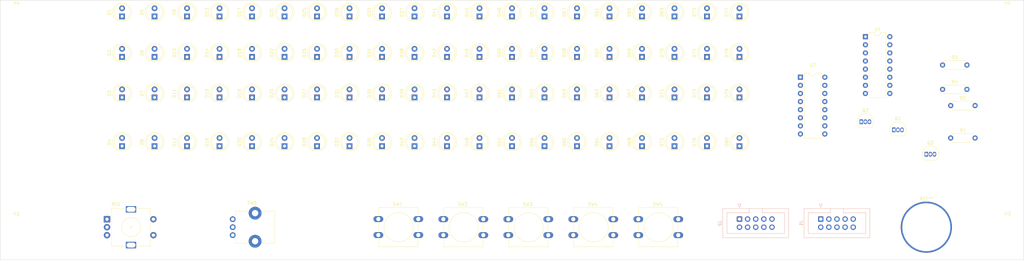
<source format=kicad_pcb>
(kicad_pcb (version 20211014) (generator pcbnew)
  (layers (0 "F.Cu" signal) (31 "B.Cu" signal) (34 "B.Paste" user) (35 "F.Paste" user) (36 "B.SilkS" user "B.Silkscreen") (37 "F.SilkS" user "F.Silkscreen") (38 "B.Mask" user) (39 "F.Mask" user) (44 "Edge.Cuts" user))
  (net 0 "")
  (net 1 "Net-(D1-Pad1)")
  (net 2 "Net-(D1-Pad2)")
  (net 3 "Net-(D2-Pad1)")
  (net 4 "Net-(D3-Pad1)")
  (net 5 "Net-(D36-Pad1)")
  (net 6 "Net-(D5-Pad1)")
  (net 7 "Net-(D6-Pad1)")
  (net 8 "Net-(D7-Pad1)")
  (net 9 "Net-(D40-Pad1)")
  (net 10 "Net-(D10-Pad2)")
  (net 11 "Net-(D10-Pad1)")
  (net 12 "Net-(D11-Pad1)")
  (net 13 "Net-(D12-Pad1)")
  (net 14 "Net-(D13-Pad1)")
  (net 15 "Net-(D14-Pad1)")
  (net 16 "Net-(D15-Pad1)")
  (net 17 "Net-(D16-Pad1)")
  (net 18 "Net-(D17-Pad1)")
  (net 19 "Net-(D18-Pad1)")
  (net 20 "Net-(D19-Pad1)")
  (net 21 "Net-(D20-Pad1)")
  (net 22 "Net-(D21-Pad1)")
  (net 23 "Net-(D22-Pad1)")
  (net 24 "Net-(D23-Pad1)")
  (net 25 "Net-(D24-Pad1)")
  (net 26 "Net-(D25-Pad1)")
  (net 27 "Net-(D26-Pad1)")
  (net 28 "Net-(D27-Pad1)")
  (net 29 "Net-(D28-Pad1)")
  (net 30 "Net-(D29-Pad1)")
  (net 31 "Net-(D30-Pad1)")
  (net 32 "Net-(D31-Pad1)")
  (net 33 "Net-(D32-Pad1)")
  (net 34 "Net-(D33-Pad1)")
  (net 35 "Net-(D33-Pad2)")
  (net 36 "Net-(D34-Pad1)")
  (net 37 "Net-(D35-Pad1)")
  (net 38 "Net-(D37-Pad1)")
  (net 39 "Net-(D38-Pad1)")
  (net 40 "Net-(D39-Pad1)")
  (net 41 "Net-(D41-Pad1)")
  (net 42 "Net-(D42-Pad1)")
  (net 43 "Net-(D43-Pad1)")
  (net 44 "Net-(D45-Pad1)")
  (net 45 "Net-(D46-Pad1)")
  (net 46 "Net-(D47-Pad1)")
  (net 47 "Net-(D49-Pad1)")
  (net 48 "Net-(D50-Pad1)")
  (net 49 "Net-(D51-Pad1)")
  (net 50 "Net-(D53-Pad1)")
  (net 51 "Net-(D54-Pad1)")
  (net 52 "Net-(D55-Pad1)")
  (net 53 "Net-(D57-Pad1)")
  (net 54 "Net-(D58-Pad1)")
  (net 55 "Net-(D59-Pad1)")
  (net 56 "Net-(D61-Pad1)")
  (net 57 "Net-(D62-Pad1)")
  (net 58 "Net-(D63-Pad1)")
  (net 59 "Net-(D65-Pad1)")
  (net 60 "Net-(D65-Pad2)")
  (net 61 "Net-(D66-Pad1)")
  (net 62 "Net-(D67-Pad1)")
  (net 63 "Net-(D69-Pad1)")
  (net 64 "Net-(D70-Pad1)")
  (net 65 "Net-(D71-Pad1)")
  (net 66 "Net-(D73-Pad1)")
  (net 67 "Net-(D74-Pad1)")
  (net 68 "Net-(D75-Pad1)")
  (net 69 "Net-(D77-Pad1)")
  (net 70 "Net-(D78-Pad1)")
  (net 71 "Net-(D79-Pad1)")
  (net 72 "+9V")
  (net 73 "AUDIO_L")
  (net 74 "AUDIO_AMP")
  (net 75 "transistor0")
  (net 76 "GND")
  (net 77 "transistor2")
  (net 78 "transistor1")
  (net 79 "encoderB")
  (net 80 "encoderA")
  (net 81 "+5V")
  (net 82 "switch4")
  (net 83 "switch3")
  (net 84 "switch2")
  (net 85 "switch1")
  (net 86 "switch0")
  (net 88 "OE(ED2)")
  (net 89 "LE(ED1)")
  (net 90 "CLK")
  (net 91 "SDI")
  (net 92 "Net-(Q1-Pad2)")
  (net 93 "Net-(Q2-Pad2)")
  (net 94 "Net-(Q3-Pad2)")
  (net 95 "Net-(R1-Pad1)")
  (net 96 "Net-(R2-Pad1)")
  (net 97 "Net-(R3-Pad1)")
  (net 98 "Net-(R4-Pad1)")
  (footprint "Resistor_THT:R_Axial_DIN0207_L6.3mm_D2.5mm_P7.62mm_Horizontal" (layer "F.Cu") (at 261.62 78.74)
    (fp_text reference "R1" (at 3.81 -2.37) (layer "F.SilkS"))
    (fp_text value "1.5k")
    (pad "1" thru_hole circle (at 0 0) (size 1.6 1.6) (drill 0.8) (layers *.Cu *.Mask) (net 95 "Net-(R1-Pad1)"))
    (pad "2" thru_hole oval (at 7.62 0) (size 1.6 1.6) (drill 0.8) (layers *.Cu *.Mask) (net 76 "GND"))
  )
  (footprint "Resistor_THT:R_Axial_DIN0207_L6.3mm_D2.5mm_P7.62mm_Horizontal" (layer "F.Cu") (at 261.62 68.58)
    (fp_text reference "R2" (at 3.81 -2.37) (layer "F.SilkS"))
    (fp_text value "1k")
    (pad "1" thru_hole circle (at 0 0) (size 1.6 1.6) (drill 0.8) (layers *.Cu *.Mask) (net 96 "Net-(R2-Pad1)"))
    (pad "2" thru_hole oval (at 7.62 0) (size 1.6 1.6) (drill 0.8) (layers *.Cu *.Mask) (net 75 "transistor0"))
  )
  (footprint "LED_THT:LED_D5.0mm" (layer "F.Cu") (at 73.66 53.34 90)
    (fp_text reference "D30" (at 1.27 -3.96 90) (layer "F.SilkS"))
    (fp_text value "LED")
    (pad "1" thru_hole rect (at 0 0 90) (size 1.8 1.8) (drill 0.9) (layers *.Cu *.Mask) (net 31 "Net-(D30-Pad1)"))
    (pad "2" thru_hole circle (at 2.54 0 90) (size 1.8 1.8) (drill 0.9) (layers *.Cu *.Mask) (net 30 "Net-(D29-Pad1)"))
  )
  (footprint "LED_THT:LED_D5.0mm" (layer "F.Cu") (at 134.62 66.04 90)
    (fp_text reference "D55" (at 1.27 -3.96 90) (layer "F.SilkS"))
    (fp_text value "LED")
    (pad "1" thru_hole rect (at 0 0 90) (size 1.8 1.8) (drill 0.9) (layers *.Cu *.Mask) (net 52 "Net-(D55-Pad1)"))
    (pad "2" thru_hole circle (at 2.54 0 90) (size 1.8 1.8) (drill 0.9) (layers *.Cu *.Mask) (net 51 "Net-(D54-Pad1)"))
  )
  (footprint "Button_Switch_THT:SW_PUSH-12mm" (layer "F.Cu") (at 102.98 104.18)
    (fp_text reference "SW2" (at 6.08 -4.66) (layer "F.SilkS"))
    (fp_text value "SW_MEC_5G")
    (pad "1" thru_hole oval (at 0 0) (size 3.048 1.85) (drill 1.3) (layers *.Cu *.Mask) (net 85 "switch1"))
    (pad "1" thru_hole oval (at 12.5 0) (size 3.048 1.85) (drill 1.3) (layers *.Cu *.Mask) (net 85 "switch1"))
    (pad "2" thru_hole oval (at 0 5) (size 3.048 1.85) (drill 1.3) (layers *.Cu *.Mask) (net 85 "switch1"))
    (pad "2" thru_hole oval (at 12.5 5) (size 3.048 1.85) (drill 1.3) (layers *.Cu *.Mask) (net 85 "switch1"))
  )
  (footprint "LED_THT:LED_D5.0mm" (layer "F.Cu") (at 165.1 40.64 90)
    (fp_text reference "D65" (at 1.27 -3.96 90) (layer "F.SilkS"))
    (fp_text value "LED")
    (pad "1" thru_hole rect (at 0 0 90) (size 1.8 1.8) (drill 0.9) (layers *.Cu *.Mask) (net 59 "Net-(D65-Pad1)"))
    (pad "2" thru_hole circle (at 2.54 0 90) (size 1.8 1.8) (drill 0.9) (layers *.Cu *.Mask) (net 60 "Net-(D65-Pad2)"))
  )
  (footprint "LED_THT:LED_D5.0mm" (layer "F.Cu") (at 114.3 66.04 90)
    (fp_text reference "D47" (at 1.27 -3.96 90) (layer "F.SilkS"))
    (fp_text value "LED")
    (pad "1" thru_hole rect (at 0 0 90) (size 1.8 1.8) (drill 0.9) (layers *.Cu *.Mask) (net 46 "Net-(D47-Pad1)"))
    (pad "2" thru_hole circle (at 2.54 0 90) (size 1.8 1.8) (drill 0.9) (layers *.Cu *.Mask) (net 45 "Net-(D46-Pad1)"))
  )
  (footprint "LED_THT:LED_D5.0mm" (layer "F.Cu") (at 2.54 53.34 90)
    (fp_text reference "D2" (at 1.27 -3.96 90) (layer "F.SilkS"))
    (fp_text value "LED")
    (pad "1" thru_hole rect (at 0 0 90) (size 1.8 1.8) (drill 0.9) (layers *.Cu *.Mask) (net 3 "Net-(D2-Pad1)"))
    (pad "2" thru_hole circle (at 2.54 0 90) (size 1.8 1.8) (drill 0.9) (layers *.Cu *.Mask) (net 1 "Net-(D1-Pad1)"))
  )
  (footprint "Button_Switch_THT:SW_PUSH-12mm" (layer "F.Cu") (at 123.3 104.18)
    (fp_text reference "SW3" (at 6.08 -4.66) (layer "F.SilkS"))
    (fp_text value "SW_MEC_5G")
    (pad "1" thru_hole oval (at 12.5 0) (size 3.048 1.85) (drill 1.3) (layers *.Cu *.Mask) (net 84 "switch2"))
    (pad "1" thru_hole oval (at 0 0) (size 3.048 1.85) (drill 1.3) (layers *.Cu *.Mask) (net 84 "switch2"))
    (pad "2" thru_hole oval (at 12.5 5) (size 3.048 1.85) (drill 1.3) (layers *.Cu *.Mask) (net 84 "switch2"))
    (pad "2" thru_hole oval (at 0 5) (size 3.048 1.85) (drill 1.3) (layers *.Cu *.Mask) (net 84 "switch2"))
  )
  (footprint "LED_THT:LED_D5.0mm" (layer "F.Cu") (at 73.66 66.04 90)
    (fp_text reference "D31" (at 1.27 -3.96 90) (layer "F.SilkS"))
    (fp_text value "LED")
    (pad "1" thru_hole rect (at 0 0 90) (size 1.8 1.8) (drill 0.9) (layers *.Cu *.Mask) (net 32 "Net-(D31-Pad1)"))
    (pad "2" thru_hole circle (at 2.54 0 90) (size 1.8 1.8) (drill 0.9) (layers *.Cu *.Mask) (net 31 "Net-(D30-Pad1)"))
  )
  (footprint "LED_THT:LED_D5.0mm" (layer "F.Cu") (at 134.62 40.64 90)
    (fp_text reference "D53" (at 1.27 -3.96 90) (layer "F.SilkS"))
    (fp_text value "LED")
    (pad "1" thru_hole rect (at 0 0 90) (size 1.8 1.8) (drill 0.9) (layers *.Cu *.Mask) (net 50 "Net-(D53-Pad1)"))
    (pad "2" thru_hole circle (at 2.54 0 90) (size 1.8 1.8) (drill 0.9) (layers *.Cu *.Mask) (net 35 "Net-(D33-Pad2)"))
  )
  (footprint "LED_THT:LED_D5.0mm" (layer "F.Cu") (at 104.14 81.28 90)
    (fp_text reference "D44" (at 1.27 -3.96 90) (layer "F.SilkS"))
    (fp_text value "LED")
    (pad "1" thru_hole rect (at 0 0 90) (size 1.8 1.8) (drill 0.9) (layers *.Cu *.Mask) (net 13 "Net-(D12-Pad1)"))
    (pad "2" thru_hole circle (at 2.54 0 90) (size 1.8 1.8) (drill 0.9) (layers *.Cu *.Mask) (net 43 "Net-(D43-Pad1)"))
  )
  (footprint "MountingHole:MountingHole_3.2mm_M3" (layer "F.Cu") (at -30.48 40.64)
    (fp_text reference "H4" (at 0 -4.2) (layer "F.SilkS"))
    (fp_text value "MountingHole")
    (pad "" np_thru_hole circle (at 0 0) (size 3.2 3.2) (drill 3.2) (layers *.Cu *.Mask))
  )
  (footprint "LED_THT:LED_D5.0mm" (layer "F.Cu") (at 33.02 40.64 90)
    (fp_text reference "D13" (at 1.27 -3.96 90) (layer "F.SilkS"))
    (fp_text value "LED")
    (pad "1" thru_hole rect (at 0 0 90) (size 1.8 1.8) (drill 0.9) (layers *.Cu *.Mask) (net 14 "Net-(D13-Pad1)"))
    (pad "2" thru_hole circle (at 2.54 0 90) (size 1.8 1.8) (drill 0.9) (layers *.Cu *.Mask) (net 2 "Net-(D1-Pad2)"))
  )
  (footprint "Button_Switch_THT:SW_PUSH-12mm" (layer "F.Cu") (at 82.66 104.14)
    (fp_text reference "SW1" (at 6.08 -4.66) (layer "F.SilkS"))
    (fp_text value "SW_MEC_5G")
    (pad "1" thru_hole oval (at 12.5 0) (size 3.048 1.85) (drill 1.3) (layers *.Cu *.Mask) (net 86 "switch0"))
    (pad "1" thru_hole oval (at 0 0) (size 3.048 1.85) (drill 1.3) (layers *.Cu *.Mask) (net 86 "switch0"))
    (pad "2" thru_hole oval (at 12.5 5) (size 3.048 1.85) (drill 1.3) (layers *.Cu *.Mask) (net 86 "switch0"))
    (pad "2" thru_hole oval (at 0 5) (size 3.048 1.85) (drill 1.3) (layers *.Cu *.Mask) (net 86 "switch0"))
  )
  (footprint "LED_THT:LED_D5.0mm" (layer "F.Cu") (at 12.7 81.28 90)
    (fp_text reference "D8" (at 1.27 -3.96 90) (layer "F.SilkS"))
    (fp_text value "LED")
    (pad "1" thru_hole rect (at 0 0 90) (size 1.8 1.8) (drill 0.9) (layers *.Cu *.Mask) (net 9 "Net-(D40-Pad1)"))
    (pad "2" thru_hole circle (at 2.54 0 90) (size 1.8 1.8) (drill 0.9) (layers *.Cu *.Mask) (net 8 "Net-(D7-Pad1)"))
  )
  (footprint "LED_THT:LED_D5.0mm" (layer "F.Cu") (at 104.14 53.34 90)
    (fp_text reference "D42" (at 1.27 -3.96 90) (layer "F.SilkS"))
    (fp_text value "LED")
    (pad "1" thru_hole rect (at 0 0 90) (size 1.8 1.8) (drill 0.9) (layers *.Cu *.Mask) (net 42 "Net-(D42-Pad1)"))
    (pad "2" thru_hole circle (at 2.54 0 90) (size 1.8 1.8) (drill 0.9) (layers *.Cu *.Mask) (net 41 "Net-(D41-Pad1)"))
  )
  (footprint "LED_THT:LED_D5.0mm" (layer "F.Cu") (at 83.82 66.04 90)
    (fp_text reference "D35" (at 1.27 -3.96 90) (layer "F.SilkS"))
    (fp_text value "LED")
    (pad "1" thru_hole rect (at 0 0 90) (size 1.8 1.8) (drill 0.9) (layers *.Cu *.Mask) (net 37 "Net-(D35-Pad1)"))
    (pad "2" thru_hole circle (at 2.54 0 90) (size 1.8 1.8) (drill 0.9) (layers *.Cu *.Mask) (net 36 "Net-(D34-Pad1)"))
  )
  (footprint "LED_THT:LED_D5.0mm" (layer "F.Cu") (at 83.82 53.34 90)
    (fp_text reference "D34" (at 1.27 -3.96 90) (layer "F.SilkS"))
    (fp_text value "LED")
    (pad "1" thru_hole rect (at 0 0 90) (size 1.8 1.8) (drill 0.9) (layers *.Cu *.Mask) (net 36 "Net-(D34-Pad1)"))
    (pad "2" thru_hole circle (at 2.54 0 90) (size 1.8 1.8) (drill 0.9) (layers *.Cu *.Mask) (net 34 "Net-(D33-Pad1)"))
  )
  (footprint "LED_THT:LED_D5.0mm" (layer "F.Cu") (at 124.46 66.04 90)
    (fp_text reference "D51" (at 1.27 -3.96 90) (layer "F.SilkS"))
    (fp_text value "LED")
    (pad "1" thru_hole rect (at 0 0 90) (size 1.8 1.8) (drill 0.9) (layers *.Cu *.Mask) (net 49 "Net-(D51-Pad1)"))
    (pad "2" thru_hole circle (at 2.54 0 90) (size 1.8 1.8) (drill 0.9) (layers *.Cu *.Mask) (net 48 "Net-(D50-Pad1)"))
  )
  (footprint "LED_THT:LED_D5.0mm" (layer "F.Cu") (at 114.3 40.64 90)
    (fp_text reference "D45" (at 1.27 -3.96 90) (layer "F.SilkS"))
    (fp_text value "LED")
    (pad "1" thru_hole rect (at 0 0 90) (size 1.8 1.8) (drill 0.9) (layers *.Cu *.Mask) (net 44 "Net-(D45-Pad1)"))
    (pad "2" thru_hole circle (at 2.54 0 90) (size 1.8 1.8) (drill 0.9) (layers *.Cu *.Mask) (net 35 "Net-(D33-Pad2)"))
  )
  (footprint "MountingHole:MountingHole_3.2mm_M3" (layer "F.Cu") (at -30.48 106.68)
    (fp_text reference "H2" (at 0 -4.2) (layer "F.SilkS"))
    (fp_text value "MountingHole")
    (pad "" np_thru_hole circle (at 0 0) (size 3.2 3.2) (drill 3.2) (layers *.Cu *.Mask))
  )
  (footprint "MountingHole:MountingHole_6mm" (layer "F.Cu") (at 254 106.68)
    (fp_text reference "REF**" (at 0 -8.89) (layer "F.SilkS"))
    (fp_text value "MountingHole_6mm")
    (pad "" np_thru_hole circle (at 0 0) (size 16 16) (drill 15) (layers F&B.Cu *.Mask))
  )
  (footprint "LED_THT:LED_D5.0mm" (layer "F.Cu") (at 175.26 40.64 90)
    (fp_text reference "D69" (at 1.27 -3.96 90) (layer "F.SilkS"))
    (fp_text value "LED")
    (pad "1" thru_hole rect (at 0 0 90) (size 1.8 1.8) (drill 0.9) (layers *.Cu *.Mask) (net 63 "Net-(D69-Pad1)"))
    (pad "2" thru_hole circle (at 2.54 0 90) (size 1.8 1.8) (drill 0.9) (layers *.Cu *.Mask) (net 60 "Net-(D65-Pad2)"))
  )
  (footprint "Button_Switch_THT:SW_PUSH-12mm" (layer "F.Cu") (at 163.94 104.18)
    (fp_text reference "SW5" (at 6.08 -4.66) (layer "F.SilkS"))
    (fp_text value "SW_MEC_5G")
    (pad "1" thru_hole oval (at 12.5 0) (size 3.048 1.85) (drill 1.3) (layers *.Cu *.Mask) (net 82 "switch4"))
    (pad "1" thru_hole oval (at 0 0) (size 3.048 1.85) (drill 1.3) (layers *.Cu *.Mask) (net 82 "switch4"))
    (pad "2" thru_hole oval (at 0 5) (size 3.048 1.85) (drill 1.3) (layers *.Cu *.Mask) (net 82 "switch4"))
    (pad "2" thru_hole oval (at 12.5 5) (size 3.048 1.85) (drill 1.3) (layers *.Cu *.Mask) (net 82 "switch4"))
  )
  (footprint "LED_THT:LED_D5.0mm" (layer "F.Cu") (at 43.18 66.04 90)
    (fp_text reference "D19" (at 1.27 -3.96 90) (layer "F.SilkS"))
    (fp_text value "LED")
    (pad "1" thru_hole rect (at 0 0 90) (size 1.8 1.8) (drill 0.9) (layers *.Cu *.Mask) (net 20 "Net-(D19-Pad1)"))
    (pad "2" thru_hole circle (at 2.54 0 90) (size 1.8 1.8) (drill 0.9) (layers *.Cu *.Mask) (net 19 "Net-(D18-Pad1)"))
  )
  (footprint "LED_THT:LED_D5.0mm" (layer "F.Cu") (at 2.54 66.04 90)
    (fp_text reference "D3" (at 1.27 -3.96 90) (layer "F.SilkS"))
    (fp_text value "LED")
    (pad "1" thru_hole rect (at 0 0 90) (size 1.8 1.8) (drill 0.9) (layers *.Cu *.Mask) (net 4 "Net-(D3-Pad1)"))
    (pad "2" thru_hole circle (at 2.54 0 90) (size 1.8 1.8) (drill 0.9) (layers *.Cu *.Mask) (net 3 "Net-(D2-Pad1)"))
  )
  (footprint "Package_TO_SOT_THT:TO-92_Inline" (layer "F.Cu") (at 233.68 73.66)
    (fp_text reference "Q2" (at 1.27 -3.56) (layer "F.SilkS"))
    (fp_text value "BC547")
    (pad "1" thru_hole rect (at 0 0) (size 1.05 1.5) (drill 0.75) (layers *.Cu *.Mask) (net 72 "+9V"))
    (pad "2" thru_hole oval (at 1.27 0) (size 1.05 1.5) (drill 0.75) (layers *.Cu *.Mask) (net 93 "Net-(Q2-Pad2)"))
    (pad "3" thru_hole oval (at 2.54 0) (size 1.05 1.5) (drill 0.75) (layers *.Cu *.Mask) (net 35 "Net-(D33-Pad2)"))
  )
  (footprint "LED_THT:LED_D5.0mm" (layer "F.Cu") (at 2.54 40.64 90)
    (fp_text reference "D1" (at 1.27 -3.96 90) (layer "F.SilkS"))
    (fp_text value "LED")
    (pad "1" thru_hole rect (at 0 0 90) (size 1.8 1.8) (drill 0.9) (layers *.Cu *.Mask) (net 1 "Net-(D1-Pad1)"))
    (pad "2" thru_hole circle (at 2.54 0 90) (size 1.8 1.8) (drill 0.9) (layers *.Cu *.Mask) (net 2 "Net-(D1-Pad2)"))
  )
  (footprint "LED_THT:LED_D5.0mm" (layer "F.Cu") (at 144.78 66.04 90)
    (fp_text reference "D59" (at 1.27 -3.96 90) (layer "F.SilkS"))
    (fp_text value "LED")
    (pad "1" thru_hole rect (at 0 0 90) (size 1.8 1.8) (drill 0.9) (layers *.Cu *.Mask) (net 55 "Net-(D59-Pad1)"))
    (pad "2" thru_hole circle (at 2.54 0 90) (size 1.8 1.8) (drill 0.9) (layers *.Cu *.Mask) (net 54 "Net-(D58-Pad1)"))
  )
  (footprint "LED_THT:LED_D5.0mm" (layer "F.Cu") (at 134.62 53.34 90)
    (fp_text reference "D54" (at 1.27 -3.96 90) (layer "F.SilkS"))
    (fp_text value "LED")
    (pad "1" thru_hole rect (at 0 0 90) (size 1.8 1.8) (drill 0.9) (layers *.Cu *.Mask) (net 51 "Net-(D54-Pad1)"))
    (pad "2" thru_hole circle (at 2.54 0 90) (size 1.8 1.8) (drill 0.9) (layers *.Cu *.Mask) (net 50 "Net-(D53-Pad1)"))
  )
  (footprint "LED_THT:LED_D5.0mm" (layer "F.Cu") (at 63.5 53.34 90)
    (fp_text reference "D26" (at 1.27 -3.96 90) (layer "F.SilkS"))
    (fp_text value "LED")
    (pad "1" thru_hole rect (at 0 0 90) (size 1.8 1.8) (drill 0.9) (layers *.Cu *.Mask) (net 27 "Net-(D26-Pad1)"))
    (pad "2" thru_hole circle (at 2.54 0 90) (size 1.8 1.8) (drill 0.9) (layers *.Cu *.Mask) (net 26 "Net-(D25-Pad1)"))
  )
  (footprint "LED_THT:LED_D5.0mm" (layer "F.Cu") (at 114.3 81.28 90)
    (fp_text reference "D48" (at 1.27 -3.96 90) (layer "F.SilkS"))
    (fp_text value "LED")
    (pad "1" thru_hole rect (at 0 0 90) (size 1.8 1.8) (drill 0.9) (layers *.Cu *.Mask) (net 17 "Net-(D16-Pad1)"))
    (pad "2" thru_hole circle (at 2.54 0 90) (size 1.8 1.8) (drill 0.9) (layers *.Cu *.Mask) (net 46 "Net-(D47-Pad1)"))
  )
  (footprint "MountingHole:MountingHole_3.2mm_M3" (layer "F.Cu") (at 279.4 40.64)
    (fp_text reference "H1" (at 0 -4.2) (layer "F.SilkS"))
    (fp_text value "MountingHole")
    (pad "" np_thru_hole circle (at 0 0) (size 3.2 3.2) (drill 3.2) (layers *.Cu *.Mask))
  )
  (footprint "LED_THT:LED_D5.0mm" (layer "F.Cu") (at 43.18 40.64 90)
    (fp_text reference "D17" (at 1.27 -3.96 90) (layer "F.SilkS"))
    (fp_text value "LED")
    (pad "1" thru_hole rect (at 0 0 90) (size 1.8 1.8) (drill 0.9) (layers *.Cu *.Mask) (net 18 "Net-(D17-Pad1)"))
    (pad "2" thru_hole circle (at 2.54 0 90) (size 1.8 1.8) (drill 0.9) (layers *.Cu *.Mask) (net 2 "Net-(D1-Pad2)"))
  )
  (footprint "LED_THT:LED_D5.0mm" (layer "F.Cu") (at 93.98 53.34 90)
    (fp_text reference "D38" (at 1.27 -3.96 90) (layer "F.SilkS"))
    (fp_text value "LED")
    (pad "1" thru_hole rect (at 0 0 90) (size 1.8 1.8) (drill 0.9) (layers *.Cu *.Mask) (net 39 "Net-(D38-Pad1)"))
    (pad "2" thru_hole circle (at 2.54 0 90) (size 1.8 1.8) (drill 0.9) (layers *.Cu *.Mask) (net 38 "Net-(D37-Pad1)"))
  )
  (footprint "LED_THT:LED_D5.0mm" (layer "F.Cu") (at 185.42 81.28 90)
    (fp_text reference "D76" (at 1.27 -3.96 90) (layer "F.SilkS"))
    (fp_text value "LED")
    (pad "1" thru_hole rect (at 0 0 90) (size 1.8 1.8) (drill 0.9) (layers *.Cu *.Mask) (net 13 "Net-(D12-Pad1)"))
    (pad "2" thru_hole circle (at 2.54 0 90) (size 1.8 1.8) (drill 0.9) (layers *.Cu *.Mask) (net 68 "Net-(D75-Pad1)"))
  )
  (footprint "LED_THT:LED_D5.0mm" (layer "F.Cu") (at 104.14 66.04 90)
    (fp_text reference "D43" (at 1.27 -3.96 90) (layer "F.SilkS"))
    (fp_text value "LED")
    (pad "1" thru_hole rect (at 0 0 90) (size 1.8 1.8) (drill 0.9) (layers *.Cu *.Mask) (net 43 "Net-(D43-Pad1)"))
    (pad "2" thru_hole circle (at 2.54 0 90) (size 1.8 1.8) (drill 0.9) (layers *.Cu *.Mask) (net 42 "Net-(D42-Pad1)"))
  )
  (footprint "Package_TO_SOT_THT:TO-92_Inline" (layer "F.Cu") (at 254 83.82)
    (fp_text reference "Q3" (at 1.27 -3.56) (layer "F.SilkS"))
    (fp_text value "BC547")
    (pad "1" thru_hole rect (at 0 0) (size 1.05 1.5) (drill 0.75) (layers *.Cu *.Mask) (net 72 "+9V"))
    (pad "2" thru_hole oval (at 1.27 0) (size 1.05 1.5) (drill 0.75) (layers *.Cu *.Mask) (net 94 "Net-(Q3-Pad2)"))
    (pad "3" thru_hole oval (at 2.54 0) (size 1.05 1.5) (drill 0.75) (layers *.Cu *.Mask) (net 60 "Net-(D65-Pad2)"))
  )
  (footprint "LED_THT:LED_D5.0mm" (layer "F.Cu") (at 195.58 53.34 90)
    (fp_text reference "D78" (at 1.27 -3.96 90) (layer "F.SilkS"))
    (fp_text value "LED")
    (pad "1" thru_hole rect (at 0 0 90) (size 1.8 1.8) (drill 0.9) (layers *.Cu *.Mask) (net 70 "Net-(D78-Pad1)"))
    (pad "2" thru_hole circle (at 2.54 0 90) (size 1.8 1.8) (drill 0.9) (layers *.Cu *.Mask) (net 69 "Net-(D77-Pad1)"))
  )
  (footprint "LED_THT:LED_D5.0mm" (layer "F.Cu") (at 33.02 66.04 90)
    (fp_text reference "D15" (at 1.27 -3.96 90) (layer "F.SilkS"))
    (fp_text value "LED")
    (pad "1" thru_hole rect (at 0 0 90) (size 1.8 1.8) (drill 0.9) (layers *.Cu *.Mask) (net 16 "Net-(D15-Pad1)"))
    (pad "2" thru_hole circle (at 2.54 0 90) (size 1.8 1.8) (drill 0.9) (layers *.Cu *.Mask) (net 15 "Net-(D14-Pad1)"))
  )
  (footprint "LED_THT:LED_D5.0mm" (layer "F.Cu") (at 12.7 53.34 90)
    (fp_text reference "D6" (at 1.27 -3.96 90) (layer "F.SilkS"))
    (fp_text value "LED")
    (pad "1" thru_hole rect (at 0 0 90) (size 1.8 1.8) (drill 0.9) (layers *.Cu *.Mask) (net 7 "Net-(D6-Pad1)"))
    (pad "2" thru_hole circle (at 2.54 0 90) (size 1.8 1.8) (drill 0.9) (layers *.Cu *.Mask) (net 6 "Net-(D5-Pad1)"))
  )
  (footprint "LED_THT:LED_D5.0mm" (layer "F.Cu") (at 43.18 53.34 90)
    (fp_text reference "D18" (at 1.27 -3.96 90) (layer "F.SilkS"))
    (fp_text value "LED")
    (pad "1" thru_hole rect (at 0 0 90) (size 1.8 1.8) (drill 0.9) (layers *.Cu *.Mask) (net 19 "Net-(D18-Pad1)"))
    (pad "2" thru_hole circle (at 2.54 0 90) (size 1.8 1.8) (drill 0.9) (layers *.Cu *.Mask) (net 18 "Net-(D17-Pad1)"))
  )
  (footprint "LED_THT:LED_D5.0mm" (layer "F.Cu") (at 33.02 53.34 90)
    (fp_text reference "D14" (at 1.27 -3.96 90) (layer "F.SilkS"))
    (fp_text value "LED")
    (pad "1" thru_hole rect (at 0 0 90) (size 1.8 1.8) (drill 0.9) (layers *.Cu *.Mask) (net 15 "Net-(D14-Pad1)"))
    (pad "2" thru_hole circle (at 2.54 0 90) (size 1.8 1.8) (drill 0.9) (layers *.Cu *.Mask) (net 14 "Net-(D13-Pad1)"))
  )
  (footprint "Resistor_THT:R_Axial_DIN0207_L6.3mm_D2.5mm_P7.62mm_Horizontal" (layer "F.Cu") (at 259.08 55.88)
    (fp_text reference "R3" (at 3.81 -2.37) (layer "F.SilkS"))
    (fp_text value "1k")
    (pad "1" thru_hole circle (at 0 0) (size 1.6 1.6) (drill 0.8) (layers *.Cu *.Mask) (net 97 "Net-(R3-Pad1)"))
    (pad "2" thru_hole oval (at 7.62 0) (size 1.6 1.6) (drill 0.8) (layers *.Cu *.Mask) (net 78 "transistor1"))
  )
  (footprint "LED_THT:LED_D5.0mm" (layer "F.Cu") (at 154.94 40.64 90)
    (fp_text reference "D61" (at 1.27 -3.96 90) (layer "F.SilkS"))
    (fp_text value "LED")
    (pad "1" thru_hole rect (at 0 0 90) (size 1.8 1.8) (drill 0.9) (layers *.Cu *.Mask) (net 56 "Net-(D61-Pad1)"))
    (pad "2" thru_hole circle (at 2.54 0 90) (size 1.8 1.8) (drill 0.9) (layers *.Cu *.Mask) (net 35 "Net-(D33-Pad2)"))
  )
  (footprint "MountingHole:MountingHole_3.2mm_M3" (layer "F.Cu") (at 279.4 106.68)
    (fp_text reference "H3" (at 0 -4.2) (layer "F.SilkS"))
    (fp_text value "MountingHole")
    (pad "" np_thru_hole circle (at 0 0) (size 3.2 3.2) (drill 3.2) (layers *.Cu *.Mask))
  )
  (footprint "LED_THT:LED_D5.0mm" (layer "F.Cu") (at 124.46 40.64 90)
    (fp_text reference "D49" (at 1.27 -3.96 90) (layer "F.SilkS"))
    (fp_text value "LED")
    (pad "1" thru_hole rect (at 0 0 90) (size 1.8 1.8) (drill 0.9) (layers *.Cu *.Mask) (net 47 "Net-(D49-Pad1)"))
    (pad "2" thru_hole circle (at 2.54 0 90) (size 1.8 1.8) (drill 0.9) (layers *.Cu *.Mask) (net 35 "Net-(D33-Pad2)"))
  )
  (footprint "LED_THT:LED_D5.0mm" (layer "F.Cu") (at 53.34 66.04 90)
    (fp_text reference "D23" (at 1.27 -3.96 90) (layer "F.SilkS"))
    (fp_text value "LED")
    (pad "1" thru_hole rect (at 0 0 90) (size 1.8 1.8) (drill 0.9) (layers *.Cu *.Mask) (net 24 "Net-(D23-Pad1)"))
    (pad "2" thru_hole circle (at 2.54 0 90) (size 1.8 1.8) (drill 0.9) (layers *.Cu *.Mask) (net 23 "Net-(D22-Pad1)"))
  )
  (footprint "LED_THT:LED_D5.0mm" (layer "F.Cu") (at 73.66 81.28 90)
    (fp_text reference "D32" (at 1.27 -3.96 90) (layer "F.SilkS"))
    (fp_text value "LED")
    (pad "1" thru_hole rect (at 0 0 90) (size 1.8 1.8) (drill 0.9) (layers *.Cu *.Mask) (net 33 "Net-(D32-Pad1)"))
    (pad "2" thru_hole circle (at 2.54 0 90) (size 1.8 1.8) (drill 0.9) (layers *.Cu *.Mask) (net 32 "Net-(D31-Pad1)"))
  )
  (footprint "LED_THT:LED_D5.0mm" (layer "F.Cu") (at 165.1 81.28 90)
    (fp_text reference "D68" (at 1.27 -3.96 90) (layer "F.SilkS"))
    (fp_text value "LED")
    (pad "1" thru_hole rect (at 0 0 90) (size 1.8 1.8) (drill 0.9) (layers *.Cu *.Mask) (net 5 "Net-(D36-Pad1)"))
    (pad "2" thru_hole circle (at 2.54 0 90) (size 1.8 1.8) (drill 0.9) (layers *.Cu *.Mask) (net 62 "Net-(D67-Pad1)"))
  )
  (footprint "LED_THT:LED_D5.0mm" (layer "F.Cu") (at 144.78 40.64 90)
    (fp_text reference "D57" (at 1.27 -3.96 90) (layer "F.SilkS"))
    (fp_text value "LED")
    (pad "1" thru_hole rect (at 0 0 90) (size 1.8 1.8) (drill 0.9) (layers *.Cu *.Mask) (net 53 "Net-(D57-Pad1)"))
    (pad "2" thru_hole circle (at 2.54 0 90) (size 1.8 1.8) (drill 0.9) (layers *.Cu *.Mask) (net 35 "Net-(D33-Pad2)"))
  )
  (footprint "LED_THT:LED_D5.0mm" (layer "F.Cu") (at 165.1 53.34 90)
    (fp_text reference "D66" (at 1.27 -3.96 90) (layer "F.SilkS"))
    (fp_text value "LED")
    (pad "1" thru_hole rect (at 0 0 90) (size 1.8 1.8) (drill 0.9) (layers *.Cu *.Mask) (net 61 "Net-(D66-Pad1)"))
    (pad "2" thru_hole circle (at 2.54 0 90) (size 1.8 1.8) (drill 0.9) (layers *.Cu *.Mask) (net 59 "Net-(D65-Pad1)"))
  )
  (footprint "LED_THT:LED_D5.0mm" (layer "F.Cu") (at 53.34 40.64 90)
    (fp_text reference "D21" (at 1.27 -3.96 90) (layer "F.SilkS"))
    (fp_text value "LED")
    (pad "1" thru_hole rect (at 0 0 90) (size 1.8 1.8) (drill 0.9) (layers *.Cu *.Mask) (net 22 "Net-(D21-Pad1)"))
    (pad "2" thru_hole circle (at 2.54 0 90) (size 1.8 1.8) (drill 0.9) (layers *.Cu *.Mask) (net 2 "Net-(D1-Pad2)"))
  )
  (footprint "LED_THT:LED_D5.0mm" (layer "F.Cu") (at 185.42 53.34 90)
    (fp_text reference "D74" (at 1.27 -3.96 90) (layer "F.SilkS"))
    (fp_text value "LED")
    (pad "1" thru_hole rect (at 0 0 90) (size 1.8 1.8) (drill 0.9) (layers *.Cu *.Mask) (net 67 "Net-(D74-Pad1)"))
    (pad "2" thru_hole circle (at 2.54 0 90) (size 1.8 1.8) (drill 0.9) (layers *.Cu *.Mask) (net 66 "Net-(D73-Pad1)"))
  )
  (footprint "LED_THT:LED_D5.0mm" (layer "F.Cu") (at 22.86 40.64 90)
    (fp_text reference "D9" (at 1.27 -3.96 90) (layer "F.SilkS"))
    (fp_text value "LED")
    (pad "1" thru_hole rect (at 0 0 90) (size 1.8 1.8) (drill 0.9) (layers *.Cu *.Mask) (net 10 "Net-(D10-Pad2)"))
    (pad "2" thru_hole circle (at 2.54 0 90) (size 1.8 1.8) (drill 0.9) (layers *.Cu *.Mask) (net 2 "Net-(D1-Pad2)"))
  )
  (footprint "LED_THT:LED_D5.0mm" (layer "F.Cu") (at 22.86 81.28 90)
    (fp_text reference "D12" (at 1.27 -3.96 90) (layer "F.SilkS"))
    (fp_text value "LED")
    (pad "1" thru_hole rect (at 0 0 90) (size 1.8 1.8) (drill 0.9) (layers *.Cu *.Mask) (net 13 "Net-(D12-Pad1)"))
    (pad "2" thru_hole circle (at 2.54 0 90) (size 1.8 1.8) (drill 0.9) (layers *.Cu *.Mask) (net 12 "Net-(D11-Pad1)"))
  )
  (footprint "LED_THT:LED_D5.0mm" (layer "F.Cu") (at 2.54 81.28 90)
    (fp_text reference "D4" (at 1.27 -3.96 90) (layer "F.SilkS"))
    (fp_text value "LED")
    (pad "1" thru_hole rect (at 0 0 90) (size 1.8 1.8) (drill 0.9) (layers *.Cu *.Mask) (net 5 "Net-(D36-Pad1)"))
    (pad "2" thru_hole circle (at 2.54 0 90) (size 1.8 1.8) (drill 0.9) (layers *.Cu *.Mask) (net 4 "Net-(D3-Pad1)"))
  )
  (footprint "Resistor_THT:R_Axial_DIN0207_L6.3mm_D2.5mm_P7.62mm_Horizontal" (layer "F.Cu") (at 259.08 63.5)
    (fp_text reference "R4" (at 3.81 -2.37) (layer "F.SilkS"))
    (fp_text value "1k")
    (pad "1" thru_hole circle (at 0 0) (size 1.6 1.6) (drill 0.8) (layers *.Cu *.Mask) (net 98 "Net-(R4-Pad1)"))
    (pad "2" thru_hole oval (at 7.62 0) (size 1.6 1.6) (drill 0.8) (layers *.Cu *.Mask) (net 77 "transistor2"))
  )
  (footprint "Package_DIP:DIP-16_W7.62mm" (layer "F.Cu") (at 234.96 47.005)
    (fp_text reference "U1" (at 3.81 -2.33) (layer "F.SilkS"))
    (fp_text value "TLC5916IN")
    (pad "1" thru_hole rect (at 0 0) (size 1.6 1.6) (drill 0.8) (layers *.Cu *.Mask) (net 76 "GND"))
    (pad "2" thru_hole oval (at 0 2.54) (size 1.6 1.6) (drill 0.8) (layers *.Cu *.Mask) (net 91 "SDI"))
    (pad "3" thru_hole oval (at 0 5.08) (size 1.6 1.6) (drill 0.8) (layers *.Cu *.Mask) (net 90 "CLK"))
    (pad "4" thru_hole oval (at 0 7.62) (size 1.6 1.6) (drill 0.8) (layers *.Cu *.Mask) (net 89 "LE(ED1)"))
    (pad "5" thru_hole oval (at 0 10.16) (size 1.6 1.6) (drill 0.8) (layers *.Cu *.Mask) (net 5 "Net-(D36-Pad1)"))
    (pad "6" thru_hole oval (at 0 12.7) (size 1.6 1.6) (drill 0.8) (layers *.Cu *.Mask) (net 9 "Net-(D40-Pad1)"))
    (pad "7" thru_hole oval (at 0 15.24) (size 1.6 1.6) (drill 0.8) (layers *.Cu *.Mask) (net 13 "Net-(D12-Pad1)"))
    (pad "8" thru_hole oval (at 0 17.78) (size 1.6 1.6) (drill 0.8) (layers *.Cu *.Mask) (net 17 "Net-(D16-Pad1)"))
    (pad "9" thru_hole oval (at 7.62 17.78) (size 1.6 1.6) (drill 0.8) (layers *.Cu *.Mask) (net 21 "Net-(D20-Pad1)"))
    (pad "10" thru_hole oval (at 7.62 15.24) (size 1.6 1.6) (drill 0.8) (layers *.Cu *.Mask) (net 25 "Net-(D24-Pad1)"))
    (pad "11" thru_hole oval (at 7.62 12.7) (size 1.6 1.6) (drill 0.8) (layers *.Cu *.Mask) (net 29 "Net-(D28-Pad1)"))
    (pad "12" thru_hole oval (at 7.62 10.16) (size 1.6 1.6) (drill 0.8) (layers *.Cu *.Mask) (net 33 "Net-(D32-Pad1)"))
    (pad "13" thru_hole oval (at 7.62 7.62) (size 1.6 1.6) (drill 0.8) (layers *.Cu *.Mask) (net 88 "OE(ED2)"))
    (pad "14" thru_hole oval (at 7.62 5.08) (size 1.6 1.6) (drill 0.8) (layers *.Cu *.Mask))
    (pad "15" thru_hole oval (at 7.62 2.54) (size 1.6 1.6) (drill 0.8) (layers *.Cu *.Mask) (net 95 "Net-(R1-Pad1)"))
    (pad "16" thru_hole oval (at 7.62 0) (size 1.6 1.6) (drill 0.8) (layers *.Cu *.Mask) (net 81 "+5V"))
  )
  (footprint "Package_TO_SOT_THT:TO-92_Inline" (layer "F.Cu") (at 243.84 76.2)
    (fp_text reference "Q1" (at 1.27 -3.56) (layer "F.SilkS"))
    (fp_text value "BC547")
    (pad "1" thru_hole rect (at 0 0) (size 1.05 1.5) (drill 0.75) (layers *.Cu *.Mask) (net 72 "+9V"))
    (pad "2" thru_hole oval (at 1.27 0) (size 1.05 1.5) (drill 0.75) (layers *.Cu *.Mask) (net 92 "Net-(Q1-Pad2)"))
    (pad "3" thru_hole oval (at 2.54 0) (size 1.05 1.5) (drill 0.75) (layers *.Cu *.Mask) (net 2 "Net-(D1-Pad2)"))
  )
  (footprint "LED_THT:LED_D5.0mm" (layer "F.Cu") (at 43.18 81.28 90)
    (fp_text reference "D20" (at 1.27 -3.96 90) (layer "F.SilkS"))
    (fp_text value "LED")
    (pad "1" thru_hole rect (at 0 0 90) (size 1.8 1.8) (drill 0.9) (layers *.Cu *.Mask) (net 21 "Net-(D20-Pad1)"))
    (pad "2" thru_hole circle (at 2.54 0 90) (size 1.8 1.8) (drill 0.9) (layers *.Cu *.Mask) (net 20 "Net-(D19-Pad1)"))
  )
  (footprint "Potentiometer_THT:Potentiometer_Alps_RK09K_Single_Vertical" (layer "F.Cu") (at 37.13 109.18)
    (fp_text reference "SW6" (at 6.05 -10.15) (layer "F.SilkS"))
    (fp_text value "RotaryEncoder")
    (pad "" np_thru_hole circle (at 7 1.9) (size 4 4) (drill 2) (layers *.Cu *.Mask))
    (pad "" np_thru_hole circle (at 7 -6.9) (size 4 4) (drill 2) (layers *.Cu *.Mask))
    (pad "1" thru_hole circle (at 0 0) (size 1.8 1.8) (drill 1) (layers *.Cu *.Mask))
    (pad "2" thru_hole circle (at 0 -2.5) (size 1.8 1.8) (drill 1) (layers *.Cu *.Mask))
    (pad "3" thru_hole circle (at 0 -5) (size 1.8 1.8) (drill 1) (layers *.Cu *.Mask))
  )
  (footprint "LED_THT:LED_D5.0mm" (layer "F.Cu") (at 73.66 40.64 90)
    (fp_text reference "D29" (at 1.27 -3.96 90) (layer "F.SilkS"))
    (fp_text value "LED")
    (pad "1" thru_hole rect (at 0 0 90) (size 1.8 1.8) (drill 0.9) (layers *.Cu *.Mask) (net 30 "Net-(D29-Pad1)"))
    (pad "2" thru_hole circle (at 2.54 0 90) (size 1.8 1.8) (drill 0.9) (layers *.Cu *.Mask) (net 2 "Net-(D1-Pad2)"))
  )
  (footprint "LED_THT:LED_D5.0mm" (layer "F.Cu") (at 195.58 40.64 90)
    (fp_text reference "D77" (at 1.27 -3.96 90) (layer "F.SilkS"))
    (fp_text value "LED")
    (pad "1" thru_hole rect (at 0 0 90) (size 1.8 1.8) (drill 0.9) (layers *.Cu *.Mask) (net 69 "Net-(D77-Pad1)"))
    (pad "2" thru_hole circle (at 2.54 0 90) (size 1.8 1.8) (drill 0.9) (layers *.Cu *.Mask) (net 60 "Net-(D65-Pad2)"))
  )
  (footprint "LED_THT:LED_D5.0mm" (layer "F.Cu") (at 53.34 53.34 90)
    (fp_text reference "D22" (at 1.27 -3.96 90) (layer "F.SilkS"))
    (fp_text value "LED")
    (pad "1" thru_hole rect (at 0 0 90) (size 1.8 1.8) (drill 0.9) (layers *.Cu *.Mask) (net 23 "Net-(D22-Pad1)"))
    (pad "2" thru_hole circle (at 2.54 0 90) (size 1.8 1.8) (drill 0.9) (layers *.Cu *.Mask) (net 22 "Net-(D21-Pad1)"))
  )
  (footprint "LED_THT:LED_D5.0mm" (layer "F.Cu") (at 195.58 81.28 90)
    (fp_text reference "D80" (at 1.27 -3.96 90) (layer "F.SilkS"))
    (fp_text value "LED")
    (pad "1" thru_hole rect (at 0 0 90) (size 1.8 1.8) (drill 0.9) (layers *.Cu *.Mask) (net 17 "Net-(D16-Pad1)"))
    (pad "2" thru_hole circle (at 2.54 0 90) (size 1.8 1.8) (drill 0.9) (layers *.Cu *.Mask) (net 71 "Net-(D79-Pad1)"))
  )
  (footprint "LED_THT:LED_D5.0mm" (layer "F.Cu") (at 144.78 81.28 90)
    (fp_text reference "D60" (at 1.27 -3.96 90) (layer "F.SilkS"))
    (fp_text value "LED")
    (pad "1" thru_hole rect (at 0 0 90) (size 1.8 1.8) (drill 0.9) (layers *.Cu *.Mask) (net 29 "Net-(D28-Pad1)"))
    (pad "2" thru_hole circle (at 2.54 0 90) (size 1.8 1.8) (drill 0.9) (layers *.Cu *.Mask) (net 55 "Net-(D59-Pad1)"))
  )
  (footprint "LED_THT:LED_D5.0mm" (layer "F.Cu") (at 185.42 66.04 90)
    (fp_text reference "D75" (at 1.27 -3.96 90) (layer "F.SilkS"))
    (fp_text value "LED")
    (pad "1" thru_hole rect (at 0 0 90) (size 1.8 1.8) (drill 0.9) (layers *.Cu *.Mask) (net 68 "Net-(D75-Pad1)"))
    (pad "2" thru_hole circle (at 2.54 0 90) (size 1.8 1.8) (drill 0.9) (layers *.Cu *.Mask) (net 67 "Net-(D74-Pad1)"))
  )
  (footprint "LED_THT:LED_D5.0mm" (layer "F.Cu") (at 93.98 81.28 90)
    (fp_text reference "D40" (at 1.27 -3.96 90) (layer "F.SilkS"))
    (fp_text value "LED")
    (pad "1" thru_hole rect (at 0 0 90) (size 1.8 1.8) (drill 0.9) (layers *.Cu *.Mask) (net 9 "Net-(D40-Pad1)"))
    (pad "2" thru_hole circle (at 2.54 0 90) (size 1.8 1.8) (drill 0.9) (layers *.Cu *.Mask) (net 40 "Net-(D39-Pad1)"))
  )
  (footprint "LED_THT:LED_D5.0mm" (layer "F.Cu") (at 104.14 40.64 90)
    (fp_text reference "D41" (at 1.27 -3.96 90) (layer "F.SilkS"))
    (fp_text value "LED")
    (pad "1" thru_hole rect (at 0 0 90) (size 1.8 1.8) (drill 0.9) (layers *.Cu *.Mask) (net 41 "Net-(D41-Pad1)"))
    (pad "2" thru_hole circle (at 2.54 0 90) (size 1.8 1.8) (drill 0.9) (layers *.Cu *.Mask) (net 35 "Net-(D33-Pad2)"))
  )
  (footprint "LED_THT:LED_D5.0mm" (layer "F.Cu") (at 83.82 81.28 90)
    (fp_text reference "D36" (at 1.27 -3.96 90) (layer "F.SilkS"))
    (fp_text value "LED")
    (pad "1" thru_hole rect (at 0 0 90) (size 1.8 1.8) (drill 0.9) (layers *.Cu *.Mask) (net 5 "Net-(D36-Pad1)"))
    (pad "2" thru_hole circle (at 2.54 0 90) (size 1.8 1.8) (drill 0.9) (layers *.Cu *.Mask) (net 37 "Net-(D35-Pad1)"))
  )
  (footprint "LED_THT:LED_D5.0mm" (layer "F.Cu") (at 185.42 40.64 90)
    (fp_text reference "D73" (at 1.27 -3.96 90) (layer "F.SilkS"))
    (fp_text value "LED")
    (pad "1" thru_hole rect (at 0 0 90) (size 1.8 1.8) (drill 0.9) (layers *.Cu *.Mask) (net 66 "Net-(D73-Pad1)"))
    (pad "2" thru_hole circle (at 2.54 0 90) (size 1.8 1.8) (drill 0.9) (layers *.Cu *.Mask) (net 60 "Net-(D65-Pad2)"))
  )
  (footprint "LED_THT:LED_D5.0mm" (layer "F.Cu") (at 154.94 53.34 90)
    (fp_text reference "D62" (at 1.27 -3.96 90) (layer "F.SilkS"))
    (fp_text value "LED")
    (pad "1" thru_hole rect (at 0 0 90) (size 1.8 1.8) (drill 0.9) (layers *.Cu *.Mask) (net 57 "Net-(D62-Pad1)"))
    (pad "2" thru_hole circle (at 2.54 0 90) (size 1.8 1.8) (drill 0.9) (layers *.Cu *.Mask) (net 56 "Net-(D61-Pad1)"))
  )
  (footprint "LED_THT:LED_D5.0mm" (layer "F.Cu") (at 63.5 66.04 90)
    (fp_text reference "D27" (at 1.27 -3.96 90) (layer "F.SilkS"))
    (fp_text value "LED")
    (pad "1" thru_hole rect (at 0 0 90) (size 1.8 1.8) (drill 0.9) (layers *.Cu *.Mask) (net 28 "Net-(D27-Pad1)"))
    (pad "2" thru_hole circle (at 2.54 0 90) (size 1.8 1.8) (drill 0.9) (layers *.Cu *.Mask) (net 27 "Net-(D26-Pad1)"))
  )
  (footprint "LED_THT:LED_D5.0mm" (layer "F.Cu") (at 124.46 81.28 90)
    (fp_text reference "D52" (at 1.27 -3.96 90) (layer "F.SilkS"))
    (fp_text value "LED")
    (pad "1" thru_hole rect (at 0 0 90) (size 1.8 1.8) (drill 0.9) (layers *.Cu *.Mask) (net 21 "Net-(D20-Pad1)"))
    (pad "2" thru_hole circle (at 2.54 0 90) (size 1.8 1.8) (drill 0.9) (layers *.Cu *.Mask) (net 49 "Net-(D51-Pad1)"))
  )
  (footprint "LED_THT:LED_D5.0mm" (layer "F.Cu") (at 154.94 66.04 90)
    (fp_text reference "D63" (at 1.27 -3.96 90) (layer "F.SilkS"))
    (fp_text value "LED")
    (pad "1" thru_hole rect (at 0 0 90) (size 1.8 1.8) (drill 0.9) (layers *.Cu *.Mask) (net 58 "Net-(D63-Pad1)"))
    (pad "2" thru_hole circle (at 2.54 0 90) (size 1.8 1.8) (drill 0.9) (layers *.Cu *.Mask) (net 57 "Net-(D62-Pad1)"))
  )
  (footprint "LED_THT:LED_D5.0mm" (layer "F.Cu") (at 63.5 40.64 90)
    (fp_text reference "D25" (at 1.27 -3.96 90) (layer "F.SilkS"))
    (fp_text value "LED")
    (pad "1" thru_hole rect (at 0 0 90) (size 1.8 1.8) (drill 0.9) (layers *.Cu *.Mask) (net 26 "Net-(D25-Pad1)"))
    (pad "2" thru_hole circle (at 2.54 0 90) (size 1.8 1.8) (drill 0.9) (layers *.Cu *.Mask) (net 2 "Net-(D1-Pad2)"))
  )
  (footprint "LED_THT:LED_D5.0mm" (layer "F.Cu") (at 63.5 81.28 90)
    (fp_text reference "D28" (at 1.27 -3.96 90) (layer "F.SilkS"))
    (fp_text value "LED")
    (pad "1" thru_hole rect (at 0 0 90) (size 1.8 1.8) (drill 0.9) (layers *.Cu *.Mask) (net 29 "Net-(D28-Pad1)"))
    (pad "2" thru_hole circle (at 2.54 0 90) (size 1.8 1.8) (drill 0.9) (layers *.Cu *.Mask) (net 28 "Net-(D27-Pad1)"))
  )
  (footprint "LED_THT:LED_D5.0mm" (layer "F.Cu") (at 12.7 66.04 90)
    (fp_text reference "D7" (at 1.27 -3.96 90) (layer "F.SilkS"))
    (fp_text value "LED")
    (pad "1" thru_hole rect (at 0 0 90) (size 1.8 1.8) (drill 0.9) (layers *.Cu *.Mask) (net 8 "Net-(D7-Pad1)"))
    (pad "2" thru_hole circle (at 2.54 0 90) (size 1.8 1.8) (drill 0.9) (layers *.Cu *.Mask) (net 7 "Net-(D6-Pad1)"))
  )
  (footprint "LED_THT:LED_D5.0mm" (layer "F.Cu") (at 114.3 53.34 90)
    (fp_text reference "D46" (at 1.27 -3.96 90) (layer "F.SilkS"))
    (fp_text value "LED")
    (pad "1" thru_hole rect (at 0 0 90) (size 1.8 1.8) (drill 0.9) (layers *.Cu *.Mask) (net 45 "Net-(D46-Pad1)"))
    (pad "2" thru_hole circle (at 2.54 0 90) (size 1.8 1.8) (drill 0.9) (layers *.Cu *.Mask) (net 44 "Net-(D45-Pad1)"))
  )
  (footprint "Button_Switch_THT:SW_PUSH-12mm" (layer "F.Cu") (at 143.62 104.18)
    (fp_text reference "SW4" (at 6.08 -4.66) (layer "F.SilkS"))
    (fp_text value "SW_MEC_5G")
    (pad "1" thru_hole oval (at 12.5 0) (size 3.048 1.85) (drill 1.3) (layers *.Cu *.Mask) (net 83 "switch3"))
    (pad "1" thru_hole oval (at 0 0) (size 3.048 1.85) (drill 1.3) (layers *.Cu *.Mask) (net 83 "switch3"))
    (pad "2" thru_hole oval (at 0 5) (size 3.048 1.85) (drill 1.3) (layers *.Cu *.Mask) (net 83 "switch3"))
    (pad "2" thru_hole oval (at 12.5 5) (size 3.048 1.85) (drill 1.3) (layers *.Cu *.Mask) (net 83 "switch3"))
  )
  (footprint "Rotary_Encoder:RotaryEncoder_Alps_EC11E-Switch_Vertical_H20mm" (layer "F.Cu") (at -2.17 104.18)
    (fp_text reference "RV1" (at 2.8 -4.7) (layer "F.SilkS"))
    (fp_text value "R_Potentiometer")
    (pad "A" thru_hole rect (at 0 0) (size 2 2) (drill 1) (layers *.Cu *.Mask))
    (pad "B" thru_hole circle (at 0 5) (size 2 2) (drill 1) (layers *.Cu *.Mask))
    (pad "C" thru_hole circle (at 0 2.5) (size 2 2) (drill 1) (layers *.Cu *.Mask))
    (pad "MP" thru_hole rect (at 7.5 -3.1) (size 3.2 2) (drill oval 2.8 1.5) (layers *.Cu *.Mask))
    (pad "MP" thru_hole rect (at 7.5 8.1) (size 3.2 2) (drill oval 2.8 1.5) (layers *.Cu *.Mask))
    (pad "S1" thru_hole circle (at 14.5 5) (size 2 2) (drill 1) (layers *.Cu *.Mask))
    (pad "S2" thru_hole circle (at 14.5 0) (size 2 2) (drill 1) (layers *.Cu *.Mask))
  )
  (footprint "LED_THT:LED_D5.0mm" (layer "F.Cu") (at 22.86 53.34 90)
    (fp_text reference "D10" (at 1.27 -3.96 90) (layer "F.SilkS"))
    (fp_text value "LED")
    (pad "1" thru_hole rect (at 0 0 90) (size 1.8 1.8) (drill 0.9) (layers *.Cu *.Mask) (net 11 "Net-(D10-Pad1)"))
    (pad "2" thru_hole circle (at 2.54 0 90) (size 1.8 1.8) (drill 0.9) (layers *.Cu *.Mask) (net 10 "Net-(D10-Pad2)"))
  )
  (footprint "LED_THT:LED_D5.0mm" (layer "F.Cu") (at 93.98 66.04 90)
    (fp_text reference "D39" (at 1.27 -3.96 90) (layer "F.SilkS"))
    (fp_text value "LED")
    (pad "1" thru_hole rect (at 0 0 90) (size 1.8 1.8) (drill 0.9) (layers *.Cu *.Mask) (net 40 "Net-(D39-Pad1)"))
    (pad "2" thru_hole circle (at 2.54 0 90) (size 1.8 1.8) (drill 0.9) (layers *.Cu *.Mask) (net 39 "Net-(D38-Pad1)"))
  )
  (footprint "LED_THT:LED_D5.0mm" (layer "F.Cu") (at 22.86 66.04 90)
    (fp_text reference "D11" (at 1.27 -3.96 90) (layer "F.SilkS"))
    (fp_text value "LED")
    (pad "1" thru_hole rect (at 0 0 90) (size 1.8 1.8) (drill 0.9) (layers *.Cu *.Mask) (net 12 "Net-(D11-Pad1)"))
    (pad "2" thru_hole circle (at 2.54 0 90) (size 1.8 1.8) (drill 0.9) (layers *.Cu *.Mask) (net 11 "Net-(D10-Pad1)"))
  )
  (footprint "LED_THT:LED_D5.0mm" (layer "F.Cu") (at 12.7 40.64 90)
    (fp_text reference "D5" (at 1.27 -3.96 90) (layer "F.SilkS"))
    (fp_text value "LED")
    (pad "1" thru_hole rect (at 0 0 90) (size 1.8 1.8) (drill 0.9) (layers *.Cu *.Mask) (net 6 "Net-(D5-Pad1)"))
    (pad "2" thru_hole circle (at 2.54 0 90) (size 1.8 1.8) (drill 0.9) (layers *.Cu *.Mask) (net 2 "Net-(D1-Pad2)"))
  )
  (footprint "LED_THT:LED_D5.0mm" (layer "F.Cu") (at 175.26 81.28 90)
    (fp_text reference "D72" (at 1.27 -3.96 90) (layer "F.SilkS"))
    (fp_text value "LED")
    (pad "1" thru_hole rect (at 0 0 90) (size 1.8 1.8) (drill 0.9) (layers *.Cu *.Mask) (net 9 "Net-(D40-Pad1)"))
    (pad "2" thru_hole circle (at 2.54 0 90) (size 1.8 1.8) (drill 0.9) (layers *.Cu *.Mask) (net 65 "Net-(D71-Pad1)"))
  )
  (footprint "Package_DIP:DIP-16_W7.62mm" (layer "F.Cu") (at 214.64 59.705)
    (fp_text reference "U2" (at 3.8 -3.825) (layer "F.SilkS"))
    (fp_text value "LTV-847")
    (pad "1" thru_hole rect (at 0 0) (size 1.6 1.6) (drill 0.8) (layers *.Cu *.Mask) (net 96 "Net-(R2-Pad1)"))
    (pad "2" thru_hole oval (at 0 2.54) (size 1.6 1.6) (drill 0.8) (layers *.Cu *.Mask) (net 76 "GND"))
    (pad "3" thru_hole oval (at 0 5.08) (size 1.6 1.6) (drill 0.8) (layers *.Cu *.Mask) (net 97 "Net-(R3-Pad1)"))
    (pad "4" thru_hole oval (at 0 7.62) (size 1.6 1.6) (drill 0.8) (layers *.Cu *.Mask) (net 76 "GND"))
    (pad "5" thru_hole oval (at 0 10.16) (size 1.6 1.6) (drill 0.8) (layers *.Cu *.Mask) (net 98 "Net-(R4-Pad1)"))
    (pad "6" thru_hole oval (at 0 12.7) (size 1.6 1.6) (drill 0.8) (layers *.Cu *.Mask) (net 76 "GND"))
    (pad "7" thru_hole oval (at 0 15.24) (size 1.6 1.6) (drill 0.8) (layers *.Cu *.Mask))
    (pad "8" thru_hole oval (at 0 17.78) (size 1.6 1.6) (drill 0.8) (layers *.Cu *.Mask))
    (pad "9" thru_hole oval (at 7.62 17.78) (size 1.6 1.6) (drill 0.8) (layers *.Cu *.Mask))
    (pad "10" thru_hole oval (at 7.62 15.24) (size 1.6 1.6) (drill 0.8) (layers *.Cu *.Mask))
    (pad "11" thru_hole oval (at 7.62 12.7) (size 1.6 1.6) (drill 0.8) (layers *.Cu *.Mask) (net 94 "Net-(Q3-Pad2)"))
    (pad "12" thru_hole oval (at 7.62 10.16) (size 1.6 1.6) (drill 0.8) (layers *.Cu *.Mask) (net 72 "+9V"))
    (pad "13" thru_hole oval (at 7.62 7.62) (size 1.6 1.6) (drill 0.8) (layers *.Cu *.Mask) (net 93 "Net-(Q2-Pad2)"))
    (pad "14" thru_hole oval (at 7.62 5.08) (size 1.6 1.6) (drill 0.8) (layers *.Cu *.Mask) (net 72 "+9V"))
    (pad "15" thru_hole oval (at 7.62 2.54) (size 1.6 1.6) (drill 0.8) (layers *.Cu *.Mask) (net 92 "Net-(Q1-Pad2)"))
    (pad "16" thru_hole oval (at 7.62 0) (size 1.6 1.6) (drill 0.8) (layers *.Cu *.Mask) (net 72 "+9V"))
  )
  (footprint "LED_THT:LED_D5.0mm" (layer "F.Cu") (at 83.82 40.64 90)
    (fp_text reference "D33" (at 1.27 -3.96 90) (layer "F.SilkS"))
    (fp_text value "LED")
    (pad "1" thru_hole rect (at 0 0 90) (size 1.8 1.8) (drill 0.9) (layers *.Cu *.Mask) (net 34 "Net-(D33-Pad1)"))
    (pad "2" thru_hole circle (at 2.54 0 90) (size 1.8 1.8) (drill 0.9) (layers *.Cu *.Mask) (net 35 "Net-(D33-Pad2)"))
  )
  (footprint "LED_THT:LED_D5.0mm" (layer "F.Cu") (at 165.1 66.04 90)
    (fp_text reference "D67" (at 1.27 -3.96 90) (layer "F.SilkS"))
    (fp_text value "LED")
    (pad "1" thru_hole rect (at 0 0 90) (size 1.8 1.8) (drill 0.9) (layers *.Cu *.Mask) (net 62 "Net-(D67-Pad1)"))
    (pad "2" thru_hole circle (at 2.54 0 90) (size 1.8 1.8) (drill 0.9) (layers *.Cu *.Mask) (net 61 "Net-(D66-Pad1)"))
  )
  (footprint "LED_THT:LED_D5.0mm" (layer "F.Cu") (at 175.26 66.04 90)
    (fp_text reference "D71" (at 1.27 -3.96 90) (layer "F.SilkS"))
    (fp_text value "LED")
    (pad "1" thru_hole rect (at 0 0 90) (size 1.8 1.8) (drill 0.9) (layers *.Cu *.Mask) (net 65 "Net-(D71-Pad1)"))
    (pad "2" thru_hole circle (at 2.54 0 90) (size 1.8 1.8) (drill 0.9) (layers *.Cu *.Mask) (net 64 "Net-(D70-Pad1)"))
  )
  (footprint "LED_THT:LED_D5.0mm" (layer "F.Cu") (at 175.26 53.34 90)
    (fp_text reference "D70" (at 1.27 -3.96 90) (layer "F.SilkS"))
    (fp_text value "LED")
    (pad "1" thru_hole rect (at 0 0 90) (size 1.8 1.8) (drill 0.9) (layers *.Cu *.Mask) (net 64 "Net-(D70-Pad1)"))
    (pad "2" thru_hole circle (at 2.54 0 90) (size 1.8 1.8) (drill 0.9) (layers *.Cu *.Mask) (net 63 "Net-(D69-Pad1)"))
  )
  (footprint "LED_THT:LED_D5.0mm" (layer "F.Cu") (at 93.98 40.64 90)
    (fp_text reference "D37" (at 1.27 -3.96 90) (layer "F.SilkS"))
    (fp_text value "LED")
    (pad "1" thru_hole rect (at 0 0 90) (size 1.8 1.8) (drill 0.9) (layers *.Cu *.Mask) (net 38 "Net-(D37-Pad1)"))
    (pad "2" thru_hole circle (at 2.54 0 90) (size 1.8 1.8) (drill 0.9) (layers *.Cu *.Mask) (net 35 "Net-(D33-Pad2)"))
  )
  (footprint "LED_THT:LED_D5.0mm" (layer "F.Cu") (at 33.02 81.28 90)
    (fp_text reference "D16" (at 1.27 -3.96 90) (layer "F.SilkS"))
    (fp_text value "LED")
    (pad "1" thru_hole rect (at 0 0 90) (size 1.8 1.8) (drill 0.9) (layers *.Cu *.Mask) (net 17 "Net-(D16-Pad1)"))
    (pad "2" thru_hole circle (at 2.54 0 90) (size 1.8 1.8) (drill 0.9) (layers *.Cu *.Mask) (net 16 "Net-(D15-Pad1)"))
  )
  (footprint "LED_THT:LED_D5.0mm" (layer "F.Cu") (at 195.58 66.04 90)
    (fp_text reference "D79" (at 1.27 -3.96 90) (layer "F.SilkS"))
    (fp_text value "LED")
    (pad "1" thru_hole rect (at 0 0 90) (size 1.8 1.8) (drill 0.9) (layers *.Cu *.Mask) (net 71 "Net-(D79-Pad1)"))
    (pad "2" thru_hole circle (at 2.54 0 90) (size 1.8 1.8) (drill 0.9) (layers *.Cu *.Mask) (net 70 "Net-(D78-Pad1)"))
  )
  (footprint "LED_THT:LED_D5.0mm" (layer "F.Cu") (at 134.62 81.28 90)
    (fp_text reference "D56" (at 1.27 -3.96 90) (layer "F.SilkS"))
    (fp_text value "LED")
    (pad "1" thru_hole rect (at 0 0 90) (size 1.8 1.8) (drill 0.9) (layers *.Cu *.Mask) (net 25 "Net-(D24-Pad1)"))
    (pad "2" thru_hole circle (at 2.54 0 90) (size 1.8 1.8) (drill 0.9) (layers *.Cu *.Mask) (net 52 "Net-(D55-Pad1)"))
  )
  (footprint "LED_THT:LED_D5.0mm" (layer "F.Cu") (at 144.78 53.34 90)
    (fp_text reference "D58" (at 1.27 -3.96 90) (layer "F.SilkS"))
    (fp_text value "LED")
    (pad "1" thru_hole rect (at 0 0 90) (size 1.8 1.8) (drill 0.9) (layers *.Cu *.Mask) (net 54 "Net-(D58-Pad1)"))
    (pad "2" thru_hole circle (at 2.54 0 90) (size 1.8 1.8) (drill 0.9) (layers *.Cu *.Mask) (net 53 "Net-(D57-Pad1)"))
  )
  (footprint "LED_THT:LED_D5.0mm" (layer "F.Cu") (at 154.94 81.28 90)
    (fp_text reference "D64" (at 1.27 -3.96 90) (layer "F.SilkS"))
    (fp_text value "LED")
    (pad "1" thru_hole rect (at 0 0 90) (size 1.8 1.8) (drill 0.9) (layers *.Cu *.Mask) (net 33 "Net-(D32-Pad1)"))
    (pad "2" thru_hole circle (at 2.54 0 90) (size 1.8 1.8) (drill 0.9) (layers *.Cu *.Mask) (net 58 "Net-(D63-Pad1)"))
  )
  (footprint "LED_THT:LED_D5.0mm" (layer "F.Cu") (at 53.34 81.28 90)
    (fp_text reference "D24" (at 1.27 -3.96 90) (layer "F.SilkS"))
    (fp_text value "LED")
    (pad "1" thru_hole rect (at 0 0 90) (size 1.8 1.8) (drill 0.9) (layers *.Cu *.Mask) (net 25 "Net-(D24-Pad1)"))
    (pad "2" thru_hole circle (at 2.54 0 90) (size 1.8 1.8) (drill 0.9) (layers *.Cu *.Mask) (net 24 "Net-(D23-Pad1)"))
  )
  (footprint "LED_THT:LED_D5.0mm" (layer "F.Cu") (at 124.46 53.34 90)
    (fp_text reference "D50" (at 1.27 -3.96 90) (layer "F.SilkS"))
    (fp_text value "LED")
    (pad "1" thru_hole rect (at 0 0 90) (size 1.8 1.8) (drill 0.9) (layers *.Cu *.Mask) (net 48 "Net-(D50-Pad1)"))
    (pad "2" thru_hole circle (at 2.54 0 90) (size 1.8 1.8) (drill 0.9) (layers *.Cu *.Mask) (net 47 "Net-(D49-Pad1)"))
  )
  (footprint "Connector_IDC:IDC-Header_2x05_P2.54mm_Vertical" (layer "B.Cu") (at 195.58 104.14 -90)
    (fp_text reference "J2" (at 1.27 6.1 90) (layer "B.SilkS") (effects (justify mirror)))
    (fp_text value "Conn_02x05_Counter_Clockwise")
    (pad "1" thru_hole roundrect (at 0 0 270) (size 1.7 1.7) (drill 1) (layers *.Cu *.Mask) (roundrect_rratio 0.147059) (net 82 "switch4"))
    (pad "2" thru_hole circle (at 2.54 0 270) (size 1.7 1.7) (drill 1) (layers *.Cu *.Mask) (net 83 "switch3"))
    (pad "3" thru_hole circle (at 0 -2.54 270) (size 1.7 1.7) (drill 1) (layers *.Cu *.Mask) (net 84 "switch2"))
    (pad "4" thru_hole circle (at 2.54 -2.54 270) (size 1.7 1.7) (drill 1) (layers *.Cu *.Mask) (net 85 "switch1"))
    (pad "5" thru_hole circle (at 0 -5.08 270) (size 1.7 1.7) (drill 1) (layers *.Cu *.Mask) (net 86 "switch0"))
    (pad "6" thru_hole circle (at 2.54 -5.08 270) (size 1.7 1.7) (drill 1) (layers *.Cu *.Mask))
    (pad "7" thru_hole circle (at 0 -7.62 270) (size 1.7 1.7) (drill 1) (layers *.Cu *.Mask) (net 88 "OE(ED2)"))
    (pad "8" thru_hole circle (at 2.54 -7.62 270) (size 1.7 1.7) (drill 1) (layers *.Cu *.Mask) (net 89 "LE(ED1)"))
    (pad "9" thru_hole circle (at 0 -10.16 270) (size 1.7 1.7) (drill 1) (layers *.Cu *.Mask) (net 90 "CLK"))
    (pad "10" thru_hole circle (at 2.54 -10.16 270) (size 1.7 1.7) (drill 1) (layers *.Cu *.Mask) (net 91 "SDI"))
  )
  (footprint "Connector_IDC:IDC-Header_2x05_P2.54mm_Vertical" (layer "B.Cu") (at 220.98 104.14 -90)
    (fp_text reference "J1" (at 1.27 6.1 90) (layer "B.SilkS") (effects (justify mirror)))
    (fp_text value "Conn_02x05_Counter_Clockwise")
    (pad "1" thru_hole roundrect (at 0 0 270) (size 1.7 1.7) (drill 1) (layers *.Cu *.Mask) (roundrect_rratio 0.147059) (net 72 "+9V"))
    (pad "2" thru_hole circle (at 2.54 0 270) (size 1.7 1.7) (drill 1) (layers *.Cu *.Mask) (net 73 "AUDIO_L"))
    (pad "3" thru_hole circle (at 0 -2.54 270) (size 1.7 1.7) (drill 1) (layers *.Cu *.Mask) (net 74 "AUDIO_AMP"))
    (pad "4" thru_hole circle (at 2.54 -2.54 270) (size 1.7 1.7) (drill 1) (layers *.Cu *.Mask) (net 75 "transistor0"))
    (pad "5" thru_hole circle (at 0 -5.08 270) (size 1.7 1.7) (drill 1) (layers *.Cu *.Mask) (net 76 "GND"))
    (pad "6" thru_hole circle (at 2.54 -5.08 270) (size 1.7 1.7) (drill 1) (layers *.Cu *.Mask) (net 77 "transistor2"))
    (pad "7" thru_hole circle (at 0 -7.62 270) (size 1.7 1.7) (drill 1) (layers *.Cu *.Mask) (net 78 "transistor1"))
    (pad "8" thru_hole circle (at 2.54 -7.62 270) (size 1.7 1.7) (drill 1) (layers *.Cu *.Mask) (net 79 "encoderB"))
    (pad "9" thru_hole circle (at 0 -10.16 270) (size 1.7 1.7) (drill 1) (layers *.Cu *.Mask) (net 80 "encoderA"))
    (pad "10" thru_hole circle (at 2.54 -10.16 270) (size 1.7 1.7) (drill 1) (layers *.Cu *.Mask) (net 81 "+5V"))
  )
  (gr_rect (start -35.56 35.56) (end 284.48 116.84) (layer "Edge.Cuts") (width 0.1) (fill none))
)
</source>
